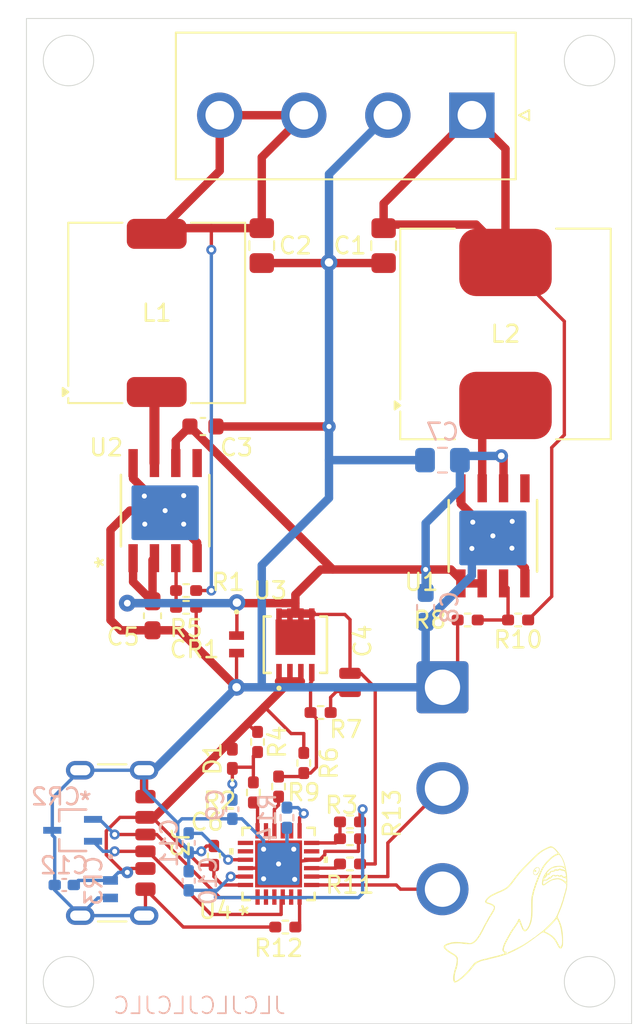
<source format=kicad_pcb>
(kicad_pcb (version 20240108) (generator "pcbnew") (generator_version "8.0")
  (layers (0 "F.Cu" signal) (31 "B.Cu" power) (35 "F.Paste" user) (36 "B.SilkS" user "B.Silkscreen") (37 "F.SilkS" user "F.Silkscreen") (38 "B.Mask" user) (39 "F.Mask" user) (44 "Edge.Cuts" user))
  (net 0 "")
  (net 1 "VSNK")
  (net 2 "/VBUS")
  (net 3 "GND")
  (net 4 "3V3O")
  (net 5 "12VO")
  (net 6 "2V7")
  (net 7 "Net-(U3-VREG_1V2)")
  (net 8 "Net-(J2-CC1)")
  (net 9 "Net-(J2-CC2)")
  (net 10 "/I2C_SCL")
  (net 12 "3V3FB")
  (net 13 "12VFB")
  (net 15 "Net-(U3-RESET)")
  (net 18 "DISCH")
  (net 21 "Net-(U3-VBUS_VS_DISCH)")
  (net 22 "Net-(U3-ADDR0)")
  (net 24 "Net-(U3-VBUS_EN_SNK)")
  (net 27 "Net-(U4-G)")
  (net 28 "/VBUS_EN_SNK")
  (net 29 "/ADDR1")
  (net 30 "/VBUS_VS_DISCH")
  (net 31 "/I2C_SDA")
  (net 32 "/3V3_SWO")
  (net 33 "/12V_SWO")
  (footprint "Capacitor_SMD:C_0603_1608Metric" (layer "F.Cu") (at 144 90)
    (property "Reference" "C3" (at 2 1.25 0) (layer "F.SilkS"))
    (property "Value" "10u")
    (pad "1" smd roundrect (at -0.775 0) (size 0.9 0.95) (layers "F.Cu" "F.Paste" "F.Mask") (net 1 "VSNK"))
    (pad "2" smd roundrect (at 0.775 0) (size 0.9 0.95) (layers "F.Cu" "F.Paste" "F.Mask") (net 3 "GND"))
  )
  (footprint "Connector_Wire:SolderWire-1.5sqmm_1x03_P6mm_D1.7mm_OD3mm" (layer "F.Cu") (at 158.25 105.5 -90)
    (property "Reference" "J2" (hide yes))
    (property "Value" "I2C_OUT")
    (pad "1" thru_hole roundrect (at 0 0 270) (size 3.1 3.1) (drill 2.1) (layers "*.Cu" "*.Mask") (roundrect_rratio 0.080645) (net 3 "GND"))
    (pad "2" thru_hole circle (at 6 0 270) (size 3.1 3.1) (drill 2.1) (layers "*.Cu" "*.Mask") (net 31 "/I2C_SDA"))
    (pad "3" thru_hole circle (at 12 0 270) (size 3.1 3.1) (drill 2.1) (layers "*.Cu" "*.Mask") (net 10 "/I2C_SCL"))
  )
  (footprint "Capacitor_SMD:C_0805_2012Metric_Pad1.18x1.45mm_HandSolder" (layer "F.Cu") (at 154.75 79.25 -90)
    (property "Reference" "C1" (at 0 2 180) (layer "F.SilkS"))
    (property "Value" "10u")
    (pad "1" smd roundrect (at -1.0375 0 270) (size 1.175 1.45) (layers "F.Cu" "F.Paste" "F.Mask") (roundrect_rratio 0.212766) (net 5 "12VO"))
    (pad "2" smd roundrect (at 1.0375 0 270) (size 1.175 1.45) (layers "F.Cu" "F.Paste" "F.Mask") (roundrect_rratio 0.212766) (net 3 "GND"))
  )
  (footprint "ST1S41PHR:HSOP8_STM-M" (layer "F.Cu") (at 161.25 96.5 90)
    (property "Reference" "U1" (at -2.75 -4.25 0) (layer "F.SilkS"))
    (property "Value" "ST1S41PHR")
    (pad "1" smd rect (at -2.82575 -1.905 90) (size 1.6637 0.5588) (layers "F.Cu" "F.Paste" "F.Mask") (net 1 "VSNK"))
    (pad "2" smd rect (at -2.82575 -0.635 90) (size 1.6637 0.5588) (layers "F.Cu" "F.Paste" "F.Mask") (net 1 "VSNK"))
    (pad "3" smd rect (at -2.82575 0.635 90) (size 1.6637 0.5588) (layers "F.Cu" "F.Paste" "F.Mask") (net 13 "12VFB"))
    (pad "4" smd rect (at -2.82575 1.905 90) (size 1.6637 0.5588) (layers "F.Cu" "F.Paste" "F.Mask") (net 3 "GND"))
    (pad "5" smd rect (at 2.82575 1.905 90) (size 1.6637 0.5588) (layers "F.Cu" "F.Paste" "F.Mask"))
    (pad "6" smd rect (at 2.82575 0.635 90) (size 1.6637 0.5588) (layers "F.Cu" "F.Paste" "F.Mask") (net 1 "VSNK"))
    (pad "7" smd rect (at 2.82575 -0.635 90) (size 1.6637 0.5588) (layers "F.Cu" "F.Paste" "F.Mask") (net 33 "/12V_SWO"))
    (pad "8" smd rect (at 2.82575 -1.905 90) (size 1.6637 0.5588) (layers "F.Cu" "F.Paste" "F.Mask") (net 3 "GND"))
    (pad "EPAD" smd rect (at 0 0 90) (size 2.5146 3.2004) (layers "F.Cu" "F.Mask") (net 3 "GND"))
  )
  (footprint "Resistor_SMD:R_0402_1005Metric_Pad0.72x0.64mm_HandSolder" (layer "F.Cu") (at 152.75 116)
    (property "Reference" "R11" (at 0 1.25 0) (layer "F.SilkS"))
    (property "Value" "1k")
    (pad "1" smd roundrect (at -0.5975 0) (size 0.715 0.64) (layers "F.Cu" "F.Paste" "F.Mask") (net 18 "DISCH"))
    (pad "2" smd roundrect (at 0.5975 0) (size 0.715 0.64) (layers "F.Cu" "F.Paste" "F.Mask") (net 1 "VSNK"))
  )
  (footprint "Resistor_SMD:R_0402_1005Metric_Pad0.72x0.64mm_HandSolder" (layer "F.Cu") (at 143 99.75 180)
    (property "Reference" "R1" (at -2.5 0.5 0) (layer "F.SilkS"))
    (property "Value" "75k")
    (pad "1" smd roundrect (at -0.5975 0 180) (size 0.715 0.64) (layers "F.Cu" "F.Paste" "F.Mask") (net 4 "3V3O"))
    (pad "2" smd roundrect (at 0.5975 0 180) (size 0.715 0.64) (layers "F.Cu" "F.Paste" "F.Mask") (net 12 "3V3FB"))
  )
  (footprint "Capacitor_SMD:C_0805_2012Metric_Pad1.18x1.45mm_HandSolder" (layer "F.Cu") (at 147.5 79.25 -90)
    (property "Reference" "C2" (at 0 -2 180) (layer "F.SilkS"))
    (property "Value" "10u")
    (pad "1" smd roundrect (at -1.0375 0 270) (size 1.175 1.45) (layers "F.Cu" "F.Paste" "F.Mask") (roundrect_rratio 0.212766) (net 4 "3V3O"))
    (pad "2" smd roundrect (at 1.0375 0 270) (size 1.175 1.45) (layers "F.Cu" "F.Paste" "F.Mask") (roundrect_rratio 0.212766) (net 3 "GND"))
  )
  (footprint "Capacitor_SMD:C_0402_1005Metric_Pad0.74x0.62mm_HandSolder" (layer "F.Cu") (at 144.6525 115.5 90)
    (property "Reference" "C6" (at 2 -0.4025 180) (layer "F.SilkS"))
    (property "Value" "1u")
    (pad "1" smd roundrect (at -0.5675 0 90) (size 0.735 0.62) (layers "F.Cu" "F.Paste" "F.Mask") (net 2 "/VBUS"))
    (pad "2" smd roundrect (at 0.5675 0 90) (size 0.735 0.62) (layers "F.Cu" "F.Paste" "F.Mask") (net 3 "GND"))
  )
  (footprint "Capacitor_SMD:C_0504_1310Metric" (layer "F.Cu") (at 152.75 105.21 90)
    (property "Reference" "C4" (at 2.46 0.75 90) (layer "F.SilkS"))
    (property "Value" "100n")
    (pad "1" smd roundrect (at -0.54 0 90) (size 0.66 1.28) (layers "F.Cu" "F.Paste" "F.Mask") (net 28 "/VBUS_EN_SNK"))
    (pad "2" smd roundrect (at 0.54 0 90) (size 0.66 1.28) (layers "F.Cu" "F.Paste" "F.Mask") (net 1 "VSNK"))
  )
  (footprint "Resistor_SMD:R_0402_1005Metric_Pad0.72x0.64mm_HandSolder" (layer "F.Cu") (at 147 111.75 -90)
    (property "Reference" "R2" (at 0.5 2 180) (layer "F.SilkS"))
    (property "Value" "1k")
    (pad "1" smd roundrect (at -0.5975 0 270) (size 0.715 0.64) (layers "F.Cu" "F.Paste" "F.Mask") (net 30 "/VBUS_VS_DISCH"))
    (pad "2" smd roundrect (at 0.5975 0 270) (size 0.715 0.64) (layers "F.Cu" "F.Paste" "F.Mask") (net 21 "Net-(U3-VBUS_VS_DISCH)"))
  )
  (footprint "Resistor_SMD:R_0402_1005Metric_Pad0.72x0.64mm_HandSolder" (layer "F.Cu") (at 152.75 113.5)
    (property "Reference" "R3" (at -0.5 -1 0) (layer "F.SilkS"))
    (property "Value" "0")
    (pad "1" smd roundrect (at -0.5975 0) (size 0.715 0.64) (layers "F.Cu" "F.Paste" "F.Mask") (net 22 "Net-(U3-ADDR0)"))
    (pad "2" smd roundrect (at 0.5975 0) (size 0.715 0.64) (layers "F.Cu" "F.Paste" "F.Mask") (net 6 "2V7"))
  )
  (footprint "Resistor_SMD:R_0402_1005Metric_Pad0.72x0.64mm_HandSolder" (layer "F.Cu") (at 147.25 108.75 -90)
    (property "Reference" "R4" (at 0 -1.17 90) (layer "F.SilkS"))
    (property "Value" "470")
    (pad "1" smd roundrect (at -0.5975 0 270) (size 0.715 0.64) (layers "F.Cu" "F.Paste" "F.Mask") (net 2 "/VBUS"))
    (pad "2" smd roundrect (at 0.5975 0 270) (size 0.715 0.64) (layers "F.Cu" "F.Paste" "F.Mask") (net 30 "/VBUS_VS_DISCH"))
  )
  (footprint "Resistor_SMD:R_0402_1005Metric_Pad0.72x0.64mm_HandSolder" (layer "F.Cu") (at 143 100.75)
    (property "Reference" "R5" (at 0 1.25 180) (layer "F.SilkS"))
    (property "Value" "24k")
    (pad "1" smd roundrect (at -0.5975 0) (size 0.715 0.64) (layers "F.Cu" "F.Paste" "F.Mask") (net 12 "3V3FB"))
    (pad "2" smd roundrect (at 0.5975 0) (size 0.715 0.64) (layers "F.Cu" "F.Paste" "F.Mask") (net 3 "GND"))
  )
  (footprint "Connector_JST:JST_NV_B04P-NV_1x04_P5.00mm_Vertical" (layer "F.Cu") (at 160 71.5 180)
    (property "Reference" "J1" (hide yes))
    (property "Value" "PWR_OUT")
    (pad "1" thru_hole rect (at 0 0 180) (size 2.7 2.7) (drill 1.7) (layers "*.Cu" "*.Mask") (net 5 "12VO"))
    (pad "2" thru_hole circle (at 5 0 180) (size 2.7 2.7) (drill 1.7) (layers "*.Cu" "*.Mask") (net 3 "GND"))
    (pad "3" thru_hole circle (at 10 0 180) (size 2.7 2.7) (drill 1.7) (layers "*.Cu" "*.Mask") (net 4 "3V3O"))
    (pad "4" thru_hole circle (at 15 0 180) (size 2.7 2.7) (drill 1.7) (layers "*.Cu" "*.Mask") (net 4 "3V3O"))
  )
  (footprint "Inductor_SMD:L_Coilcraft_MSS1048-XXX" (layer "F.Cu") (at 141.25 83.25 90)
    (property "Reference" "L1" (at 0 0 180) (layer "F.SilkS"))
    (property "Value" "2.5u")
    (pad "1" smd roundrect (at -4.7 0 90) (size 1.78 3.56) (layers "F.Cu" "F.Paste" "F.Mask") (net 32 "/3V3_SWO"))
    (pad "2" smd roundrect (at 4.7 0 90) (size 1.78 3.56) (layers "F.Cu" "F.Paste" "F.Mask") (net 4 "3V3O"))
  )
  (footprint "Resistor_SMD:R_0402_1005Metric_Pad0.72x0.64mm_HandSolder" (layer "F.Cu") (at 148.9025 119.75)
    (property "Reference" "R12" (at -0.4025 1.25 0) (layer "F.SilkS"))
    (property "Value" "10k")
    (pad "1" smd roundrect (at -0.5975 0) (size 0.715 0.64) (layers "F.Cu" "F.Paste" "F.Mask") (net 3 "GND"))
    (pad "2" smd roundrect (at 0.5975 0) (size 0.715 0.64) (layers "F.Cu" "F.Paste" "F.Mask") (net 15 "Net-(U3-RESET)"))
  )
  (footprint "ST1S41PHR:HSOP8_STM-M" (layer "F.Cu") (at 141.75 95 90)
    (property "Reference" "U2" (at 3.75 -3.5 0) (layer "F.SilkS"))
    (property "Value" "ST1S41PHR")
    (fp_text user "*" (at -3.07975 -3.6068 90) (layer "F.SilkS"))
    (pad "1" smd rect (at -2.82575 -1.905 90) (size 1.6637 0.5588) (layers "F.Cu" "F.Paste" "F.Mask") (net 1 "VSNK"))
    (pad "2" smd rect (at -2.82575 -0.635 90) (size 1.6637 0.5588) (layers "F.Cu" "F.Paste" "F.Mask") (net 1 "VSNK"))
    (pad "3" smd rect (at -2.82575 0.635 90) (size 1.6637 0.5588) (layers "F.Cu" "F.Paste" "F.Mask") (net 12 "3V3FB"))
    (pad "4" smd rect (at -2.82575 1.905 90) (size 1.6637 0.5588) (layers "F.Cu" "F.Paste" "F.Mask") (net 3 "GND"))
    (pad "5" smd rect (at 2.82575 1.905 90) (size 1.6637 0.5588) (layers "F.Cu" "F.Paste" "F.Mask"))
    (pad "6" smd rect (at 2.82575 0.635 90) (size 1.6637 0.5588) (layers "F.Cu" "F.Paste" "F.Mask") (net 1 "VSNK"))
    (pad "7" smd rect (at 2.82575 -0.635 90) (size 1.6637 0.5588) (layers "F.Cu" "F.Paste" "F.Mask") (net 32 "/3V3_SWO"))
    (pad "8" smd rect (at 2.82575 -1.905 90) (size 1.6637 0.5588) (layers "F.Cu" "F.Paste" "F.Mask") (net 3 "GND"))
    (pad "EPAD" smd rect (at 0 0 90) (size 2.5146 3.2004) (layers "F.Cu" "F.Mask") (net 3 "GND"))
  )
  (footprint "Resistor_SMD:R_0402_1005Metric_Pad0.72x0.64mm_HandSolder" (layer "F.Cu") (at 150 110 -90)
    (property "Reference" "R6" (at 0 -1.5 90) (layer "F.SilkS"))
    (property "Value" "100k")
    (pad "1" smd roundrect (at -0.5975 0 270) (size 0.715 0.64) (layers "F.Cu" "F.Paste" "F.Mask") (net 2 "/VBUS"))
    (pad "2" smd roundrect (at 0.5975 0 270) (size 0.715 0.64) (layers "F.Cu" "F.Paste" "F.Mask") (net 27 "Net-(U4-G)"))
  )
  (footprint "LOGO" (layer "F.Cu") (at 162 119)
    (property "Reference" "G***" (hide yes))
    (property "Value" "LOGO" (hide yes))
  )
  (footprint "STL6P3LLH6:POWERFLAT_3P3X3P3_STM-M" (layer "F.Cu") (at 149.5 102.9685 90)
    (property "Reference" "U3" (at 3.2185 -1.5 0) (layer "F.SilkS"))
    (property "Value" "STL6P3LLH6")
    (fp_poly (pts (xy 1.4986 -1.1811) (xy -0.6096 -1.1811) (xy -0.6096 1.1811) (xy 1.4986 1.1811)) (fill solid) (layer "F.Cu"))
    (pad "1" smd rect (at -1.651 -0.974999 90) (size 1.016 0.3302) (layers "F.Cu" "F.Paste" "F.Mask") (net 2 "/VBUS"))
    (pad "2" smd rect (at -1.651 -0.325001 90) (size 1.016 0.3302) (layers "F.Cu" "F.Paste" "F.Mask") (net 2 "/VBUS"))
    (pad "3" smd rect (at -1.651 0.325001 90) (size 1.016 0.3302) (layers "F.Cu" "F.Paste" "F.Mask") (net 2 "/VBUS"))
    (pad "4" smd rect (at -1.651 0.974999 90) (size 1.016 0.3302) (layers "F.Cu" "F.Paste" "F.Mask") (net 27 "Net-(U4-G)"))
    (pad "5" smd rect (at 1.651 0.974999 90) (size 1.016 0.3302) (layers "F.Cu" "F.Paste" "F.Mask") (net 1 "VSNK"))
    (pad "6" smd rect (at 1.651 0.325001 90) (size 1.016 0.3302) (layers "F.Cu" "F.Paste" "F.Mask") (net 1 "VSNK"))
    (pad "7" smd rect (at 1.651 -0.325001 90) (size 1.016 0.3302) (layers "F.Cu" "F.Paste" "F.Mask") (net 1 "VSNK"))
    (pad "8" smd rect (at 1.651 -0.974999 90) (size 1.016 0.3302) (layers "F.Cu" "F.Paste" "F.Mask") (net 1 "VSNK"))
  )
  (footprint "Connector_USB:USB_C_Receptacle_GCT_USB4125-xx-x-0190_6P_TopMnt_Horizontal" (layer "F.Cu") (at 137.5 114.75 -90)
    (property "Reference" "J3" (at 0 -5.1 -90) (layer "F.SilkS"))
    (property "Value" "USB-C-6P-PWR")
    (pad "A5" smd roundrect (at -0.5 -3.08 270) (size 0.7 1.2) (layers "F.Cu" "F.Paste" "F.Mask") (net 8 "Net-(J2-CC1)"))
    (pad "A9" smd roundrect (at 1.52 -3.08 90) (size 0.76 1.2) (layers "F.Cu" "F.Paste" "F.Mask") (net 2 "/VBUS"))
    (pad "A12" smd roundrect (at 2.75 -3.08 90) (size 0.8 1.2) (layers "F.Cu" "F.Paste" "F.Mask") (net 3 "GND"))
    (pad "B5" smd roundrect (at 0.5 -3.08 90) (size 0.7 1.2) (layers "F.Cu" "F.Paste" "F.Mask") (net 9 "Net-(J2-CC2)"))
    (pad "B9" smd roundrect (at -1.52 -3.08 270) (size 0.76 1.2) (layers "F.Cu" "F.Paste" "F.Mask") (net 2 "/VBUS"))
    (pad "B12" smd roundrect (at -2.75 -3.08 270) (size 0.8 1.2) (layers "F.Cu" "F.Paste" "F.Mask") (net 3 "GND"))
    (pad "S1" thru_hole oval (at -4.32 -3 270) (size 1.1 1.7) (drill oval 0.6 1.2) (layers "*.Cu" "*.Mask" "F.Paste") (net 3 "GND"))
    (pad "S1" thru_hole oval (at -4.32 0.8 270) (size 1.1 1.7) (drill oval 0.6 1.2) (layers "*.Cu" "*.Mask" "F.Paste") (net 3 "GND"))
    (pad "S1" thru_hole oval (at 4.32 -3 270) (size 1.1 1.7) (drill oval 0.6 1.2) (layers "*.Cu" "*.Mask" "F.Paste") (net 3 "GND"))
    (pad "S1" thru_hole oval (at 4.32 0.8 270) (size 1.1 1.7) (drill oval 0.6 1.2) (layers "*.Cu" "*.Mask" "F.Paste") (net 3 "GND"))
  )
  (footprint "STUSB4500:QFN24EP_4X4_STM-M" (layer "F.Cu") (at 148.5 116 90)
    (property "Reference" "U4" (at -2.75 -3.75 0) (layer "F.SilkS"))
    (property "Value" "STUSB4500QTR")
    (fp_text user "*" (at -2.75 -1.75 90) (layer "F.SilkS"))
    (pad "1" smd rect (at -1.9685 -1.25 180) (size 0.254 0.9144) (layers "F.Cu" "F.Paste" "F.Mask") (net 8 "Net-(J2-CC1)"))
    (pad "2" smd rect (at -1.9685 -0.750001 180) (size 0.254 0.9144) (layers "F.Cu" "F.Paste" "F.Mask") (net 8 "Net-(J2-CC1)"))
    (pad "3" smd rect (at -1.9685 -0.25 180) (size 0.254 0.9144) (layers "F.Cu" "F.Paste" "F.Mask"))
    (pad "4" smd rect (at -1.9685 0.25 180) (size 0.254 0.9144) (layers "F.Cu" "F.Paste" "F.Mask") (net 9 "Net-(J2-CC2)"))
    (pad "5" smd rect (at -1.9685 0.750001 180) (size 0.254 0.9144) (layers "F.Cu" "F.Paste" "F.Mask") (net 9 "Net-(J2-CC2)"))
    (pad "6" smd rect (at -1.9685 1.25 180) (size 0.254 0.9144) (layers "F.Cu" "F.Paste" "F.Mask") (net 15 "Net-(U3-RESET)"))
    (pad "7" smd rect (at -1.25 1.9685 90) (size 0.254 0.9144) (layers "F.Cu" "F.Paste" "F.Mask") (net 10 "/I2C_SCL"))
    (pad "8" smd rect (at -0.750001 1.9685 90) (size 0.254 0.9144) (layers "F.Cu" "F.Paste" "F.Mask") (net 31 "/I2C_SDA"))
    (pad "9" smd rect (at -0.25 1.9685 90) (size 0.254 0.9144) (layers "F.Cu" "F.Paste" "F.Mask") (net 18 "DISCH"))
    (pad "10" smd rect (at 0.25 1.9685 90) (size 0.254 0.9144) (layers "F.Cu" "F.Paste" "F.Mask") (net 3 "GND"))
    (pad "11" smd rect (at 0.750001 1.9685 90) (size 0.254 0.9144) (layers "F.Cu" "F.Paste" "F.Mask"))
    (pad "12" smd rect (at 1.25 1.9685 90) (size 0.254 0.9144) (layers "F.Cu" "F.Paste" "F.Mask") (net 22 "Net-(U3-ADDR0)"))
    (pad "13" smd rect (at 1.9685 1.25 180) (size 0.254 0.9144) (layers "F.Cu" "F.Paste" "F.Mask") (net 29 "/ADDR1"))
    (pad "14" smd rect (at 1.9685 0.750001 180) (size 0.254 0.9144) (layers "F.Cu" "F.Paste" "F.Mask"))
    (pad "15" smd rect (at 1.9685 0.25 180) (size 0.254 0.9144) (layers "F.Cu" "F.Paste" "F.Mask"))
    (pad "16" smd rect (at 1.9685 -0.25 180) (size 0.254 0.9144) (layers "F.Cu" "F.Paste" "F.Mask") (net 24 "Net-(U3-VBUS_EN_SNK)"))
    (pad "17" smd rect (at 1.9685 -0.750001 180) (size 0.254 0.9144) (layers "F.Cu" "F.Paste" "F.Mask"))
    (pad "18" smd rect (at 1.9685 -1.25 180) (size 0.254 0.9144) (layers "F.Cu" "F.Paste" "F.Mask") (net 21 "Net-(U3-VBUS_VS_DISCH)"))
    (pad "19" smd rect (at 1.25 -1.9685 90) (size 0.254 0.9144) (layers "F.Cu" "F.Paste" "F.Mask"))
    (pad "20" smd rect (at 0.750001 -1.9685 90) (size 0.254 0.9144) (layers "F.Cu" "F.Paste" "F.Mask"))
    (pad "21" smd rect (at 0.25 -1.9685 90) (size 0.254 0.9144) (layers "F.Cu" "F.Paste" "F.Mask") (net 7 "Net-(U3-VREG_1V2)"))
    (pad "22" smd rect (at -0.25 -1.9685 90) (size 0.254 0.9144) (layers "F.Cu" "F.Paste" "F.Mask") (net 3 "GND"))
    (pad "23" smd rect (at -0.750001 -1.9685 90) (size 0.254 0.9144) (layers "F.Cu" "F.Paste" "F.Mask") (net 6 "2V7"))
    (pad "24" smd rect (at -1.25 -1.9685 90) (size 0.254 0.9144) (layers "F.Cu" "F.Paste" "F.Mask") (net 2 "/VBUS"))
    (pad "25" smd rect (at 0 0 90) (size 2.794 2.794) (layers "F.Cu" "F.Paste" "F.Mask") (net 3 "GND"))
  )
  (footprint "Resistor_SMD:R_0402_1005Metric_Pad0.72x0.64mm_HandSolder" (layer "F.Cu") (at 151 107)
    (property "Reference" "R7" (at 1.5 1 0) (layer "F.SilkS"))
    (property "Value" "100")
    (pad "1" smd roundrect (at -0.5975 0) (size 0.715 0.64) (layers "F.Cu" "F.Paste" "F.Mask") (net 27 "Net-(U4-G)"))
    (pad "2" smd roundrect (at 0.5975 0) (size 0.715 0.64) (layers "F.Cu" "F.Paste" "F.Mask") (net 28 "/VBUS_EN_SNK"))
  )
  (footprint "Resistor_SMD:R_0402_1005Metric_Pad0.72x0.64mm_HandSolder" (layer "F.Cu") (at 152.75 114.5)
    (property "Reference" "R13" (at 2.5 -1.5 90) (layer "F.SilkS"))
    (property "Value" "100k" (hide yes))
    (pad "1" smd roundrect (at -0.5975 0) (size 0.715 0.64) (layers "F.Cu" "F.Paste" "F.Mask") (net 22 "Net-(U3-ADDR0)"))
    (pad "2" smd roundrect (at 0.5975 0) (size 0.715 0.64) (layers "F.Cu" "F.Paste" "F.Mask") (net 3 "GND"))
  )
  (footprint "Resistor_SMD:R_0402_1005Metric_Pad0.72x0.64mm_HandSolder" (layer "F.Cu") (at 159.75 101.5 180)
    (property "Reference" "R8" (at 2.25 0 0) (layer "F.SilkS"))
    (property "Value" "13k")
    (pad "1" smd roundrect (at -0.5975 0 180) (size 0.715 0.64) (layers "F.Cu" "F.Paste" "F.Mask") (net 13 "12VFB"))
    (pad "2" smd roundrect (at 0.5975 0 180) (size 0.715 0.64) (layers "F.Cu" "F.Paste" "F.Mask") (net 3 "GND"))
  )
  (footprint "ESDA25P35:QFN1610_STM-M" (layer "F.Cu") (at 146 102.9478 -90)
    (property "Reference" "CR1" (at 0.3022 2.5 0) (layer "F.SilkS"))
    (property "Value" "ESDA25P35-1U1M")
    (pad "1" smd rect (at -0.5207 0 270) (size 0.508 0.889) (layers "F.Cu" "F.Paste" "F.Mask") (net 1 "VSNK"))
    (pad "2" smd rect (at 0.5207 0 270) (size 0.508 0.889) (layers "F.Cu" "F.Paste" "F.Mask") (net 3 "GND"))
  )
  (footprint "Resistor_SMD:R_0402_1005Metric_Pad0.72x0.64mm_HandSolder" (layer "F.Cu") (at 148.5 111.4025 90)
    (property "Reference" "R9" (at -0.3475 1.5 180) (layer "F.SilkS"))
    (property "Value" "22K")
    (pad "1" smd roundrect (at -0.5975 0 90) (size 0.715 0.64) (layers "F.Cu" "F.Paste" "F.Mask") (net 24 "Net-(U3-VBUS_EN_SNK)"))
    (pad "2" smd roundrect (at 0.5975 0 90) (size 0.715 0.64) (layers "F.Cu" "F.Paste" "F.Mask") (net 27 "Net-(U4-G)"))
  )
  (footprint "Resistor_SMD:R_0402_1005Metric_Pad0.72x0.64mm_HandSolder" (layer "F.Cu") (at 162.75 101.5 180)
    (property "Reference" "R10" (at 0 -1.17 0) (layer "F.SilkS"))
    (property "Value" "180k")
    (pad "1" smd roundrect (at -0.5975 0 180) (size 0.715 0.64) (layers "F.Cu" "F.Paste" "F.Mask") (net 5 "12VO"))
    (pad "2" smd roundrect (at 0.5975 0 180) (size 0.715 0.64) (layers "F.Cu" "F.Paste" "F.Mask") (net 13 "12VFB"))
  )
  (footprint "Diode_SMD:D_0402_1005Metric_Pad0.77x0.64mm_HandSolder" (layer "F.Cu") (at 145.75 109.75 90)
    (property "Reference" "D1" (at 0 -1.17 90) (layer "F.SilkS"))
    (property "Value" "~")
    (pad "1" smd roundrect (at -0.5725 0 90) (size 0.765 0.64) (layers "F.Cu" "F.Paste" "F.Mask") (net 30 "/VBUS_VS_DISCH"))
    (pad "2" smd roundrect (at 0.5725 0 90) (size 0.765 0.64) (layers "F.Cu" "F.Paste" "F.Mask") (net 2 "/VBUS"))
  )
  (footprint "Capacitor_SMD:C_0603_1608Metric_Pad1.08x0.95mm_HandSolder" (layer "F.Cu") (at 141 101.25 90)
    (property "Reference" "C5" (at -1.25 -1.75 180) (layer "F.SilkS"))
    (property "Value" "10u")
    (pad "1" smd roundrect (at -0.8625 0 90) (size 1.075 0.95) (layers "F.Cu" "F.Paste" "F.Mask") (net 3 "GND"))
    (pad "2" smd roundrect (at 0.8625 0 90) (size 1.075 0.95) (layers "F.Cu" "F.Paste" "F.Mask") (net 1 "VSNK"))
  )
  (footprint "Inductor_SMD:L_Coilcraft_MSS1260-XXX" (layer "F.Cu") (at 162 84.5 90)
    (property "Reference" "L2" (at 0 0 180) (layer "F.SilkS"))
    (property "Value" "10u")
    (pad "1" smd roundrect (at -4.25 0 90) (size 4 5.5) (layers "F.Cu" "F.Paste" "F.Mask") (net 33 "/12V_SWO"))
    (pad "2" smd roundrect (at 4.25 0 90) (size 4 5.5) (layers "F.Cu" "F.Paste" "F.Mask") (net 5 "12VO"))
  )
  (footprint "Capacitor_SMD:C_0402_1005Metric_Pad0.74x0.62mm_HandSolder" (layer "B.Cu") (at 143.1525 117 90)
    (property "Reference" "C10" (at 0 1.16 90) (layer "B.SilkS") (effects (justify mirror)))
    (property "Value" "1u")
    (pad "1" smd roundrect (at -0.5675 0 90) (size 0.735 0.62) (layers "B.Cu" "B.Paste" "B.Mask") (net 6 "2V7"))
    (pad "2" smd roundrect (at 0.5675 0 90) (size 0.735 0.62) (layers "B.Cu" "B.Paste" "B.Mask") (net 3 "GND"))
  )
  (footprint "Capacitor_SMD:C_0805_2012Metric_Pad1.18x1.45mm_HandSolder" (layer "B.Cu") (at 158.25 92 180)
    (property "Reference" "C7" (at 0 1.68 0) (layer "B.SilkS") (effects (justify mirror)))
    (property "Value" "10u")
    (pad "1" smd roundrect (at -1.0375 0 180) (size 1.175 1.45) (layers "B.Cu" "B.Paste" "B.Mask") (roundrect_rratio 0.212766) (net 1 "VSNK"))
    (pad "2" smd roundrect (at 1.0375 0 180) (size 1.175 1.45) (layers "B.Cu" "B.Paste" "B.Mask") (roundrect_rratio 0.212766) (net 3 "GND"))
  )
  (footprint "Capacitor_SMD:C_0603_1608Metric_Pad1.08x0.95mm_HandSolder" (layer "B.Cu") (at 157.25 100.75 90)
    (property "Reference" "C8" (at 0 1.43 90) (layer "B.SilkS") (effects (justify mirror)))
    (property "Value" "10u")
    (pad "1" smd roundrect (at -0.8625 0 90) (size 1.075 0.95) (layers "B.Cu" "B.Paste" "B.Mask") (net 3 "GND"))
    (pad "2" smd roundrect (at 0.8625 0 90) (size 1.075 0.95) (layers "B.Cu" "B.Paste" "B.Mask") (net 1 "VSNK"))
  )
  (footprint "Capacitor_SMD:C_0402_1005Metric_Pad0.74x0.62mm_HandSolder" (layer "B.Cu") (at 143.1525 114.75 -90)
    (property "Reference" "C11" (at 0 1.16 90) (layer "B.SilkS") (effects (justify mirror)))
    (property "Value" "1u")
    (pad "1" smd roundrect (at -0.5675 0 270) (size 0.735 0.62) (layers "B.Cu" "B.Paste" "B.Mask") (net 7 "Net-(U3-VREG_1V2)"))
    (pad "2" smd roundrect (at 0.5675 0 270) (size 0.735 0.62) (layers "B.Cu" "B.Paste" "B.Mask") (net 3 "GND"))
  )
  (footprint "Capacitor_SMD:C_0402_1005Metric_Pad0.74x0.62mm_HandSolder" (layer "B.Cu") (at 145.75 112.75 90)
    (property "Reference" "C9" (at 0.25 -1 90) (layer "B.SilkS") (effects (justify mirror)))
    (property "Value" "1u")
    (pad "1" smd roundrect (at -0.5675 0 90) (size 0.735 0.62) (layers "B.Cu" "B.Paste" "B.Mask") (net 3 "GND"))
    (pad "2" smd roundrect (at 0.5675 0 90) (size 0.735 0.62) (layers "B.Cu" "B.Paste" "B.Mask") (net 30 "/VBUS_VS_DISCH"))
  )
  (footprint "ESDA25P35:QFN1610_STM-M" (layer "B.Cu") (at 138.5 117.5 -90)
    (property "Reference" "CR3" (at -0.5 1 90) (layer "B.SilkS") (effects (justify mirror)))
    (property "Value" "ESDA25P35-1U1M")
    (pad "1" smd rect (at -0.5207 0 270) (size 0.508 0.889) (layers "B.Cu" "B.Paste" "B.Mask") (net 2 "/VBUS"))
    (pad "2" smd rect (at 0.5207 0 270) (size 0.508 0.889) (layers "B.Cu" "B.Paste" "B.Mask") (net 3 "GND"))
  )
  (footprint "Resistor_SMD:R_0402_1005Metric_Pad0.72x0.64mm_HandSolder" (layer "B.Cu") (at 149 113.25 -90)
    (property "Reference" "R14" (at 0 1.17 90) (layer "B.SilkS") (effects (justify mirror)))
    (property "Value" "100k")
    (pad "1" smd roundrect (at -0.5975 0 270) (size 0.715 0.64) (layers "B.Cu" "B.Paste" "B.Mask") (net 29 "/ADDR1"))
    (pad "2" smd roundrect (at 0.5975 0 270) (size 0.715 0.64) (layers "B.Cu" "B.Paste" "B.Mask") (net 3 "GND"))
  )
  (footprint "ESDA25W:SOT323-3L_STM-M" (layer "B.Cu") (at 136.25 114 180)
    (property "Reference" "CR2" (at 1 2 0) (layer "B.SilkS") (effects (justify mirror)))
    (property "Value" "ESDA25W")
    (fp_text user "*" (at -0.75 1.75 0) (layer "B.SilkS") (effects (justify mirror)))
    (pad "1" smd rect (at -1.21285 0.649999 180) (size 1.0795 0.4064) (layers "B.Cu" "B.Paste" "B.Mask") (net 8 "Net-(J2-CC1)"))
    (pad "2" smd rect (at -1.21285 -0.649999 180) (size 1.0795 0.4064) (layers "B.Cu" "B.Paste" "B.Mask") (net 9 "Net-(J2-CC2)"))
    (pad "3" smd rect (at 1.21285 0 180) (size 1.0795 0.4064) (layers "B.Cu" "B.Paste" "B.Mask") (net 3 "GND"))
  )
  (footprint "Capacitor_SMD:C_0402_1005Metric_Pad0.74x0.62mm_HandSolder" (layer "B.Cu") (at 135.75 117.25 180)
    (property "Reference" "C12" (at 0 1.16 0) (layer "B.SilkS") (effects (justify mirror)))
    (property "Value" "4.7u")
    (pad "1" smd roundrect (at -0.5675 0 180) (size 0.735 0.62) (layers "B.Cu" "B.Paste" "B.Mask") (net 2 "/VBUS"))
    (pad "2" smd roundrect (at 0.5675 0 180) (size 0.735 0.62) (layers "B.Cu" "B.Paste" "B.Mask") (net 3 "GND"))
  )
  (gr_rect (start 133.5 65.75) (end 169.5 125.5) (stroke (width 0.05)) (fill none) (layer "Edge.Cuts"))
  (gr_circle (center 167 68.25) (end 168.5 68.25) (stroke (width 0.05)) (fill none) (layer "Edge.Cuts"))
  (gr_circle (center 167 123) (end 168.5 123) (stroke (width 0.05)) (fill none) (layer "Edge.Cuts"))
  (gr_circle (center 136 68.25) (end 137.5 68.25) (stroke (width 0.05)) (fill none) (layer "Edge.Cuts"))
  (gr_circle (center 136 123) (end 137.5 123) (stroke (width 0.05)) (fill none) (layer "Edge.Cuts"))
  (gr_text "JLCJLCJLCJLC" (at 149 125 0) (layer "B.SilkS") (effects (font (size 1 1) (thickness 0.1)) (justify left bottom mirror)))
  (segment (start 139.845 97.82575) (end 139.845 99.2325) (width 0.5) (layer "F.Cu") (net 1))
  (segment (start 151 98.5) (end 157.25 98.5) (width 0.5) (layer "F.Cu") (net 1))
  (segment (start 139.5 100.5) (end 140.8875 100.5) (width 0.5) (layer "F.Cu") (net 1))
  (segment (start 149.5 100.5) (end 146.052188 100.5) (width 0.5) (layer "F.Cu") (net 1))
  (segment (start 159.57575 99.32575) (end 158.75 98.5) (width 0.5) (layer "F.Cu") (net 1))
  (segment (start 142.385 90.84) (end 143.225 90) (width 0.5) (layer "F.Cu") (net 1))
  (segment (start 152.4406 101.1699) (end 152.75 101.4793) (width 0.2) (layer "F.Cu") (net 1))
  (segment (start 143.225 90) (end 151.725 98.5) (width 0.5) (layer "F.Cu") (net 1))
  (segment (start 146.020037 100.467849) (end 146.020037 102.407063) (width 0.2) (layer "F.Cu") (net 1))
  (segment (start 160.615 99.32575) (end 159.57575 99.32575) (width 0.5) (layer "F.Cu") (net 1))
  (segment (start 139.845 99.2325) (end 141 100.3875) (width 0.5) (layer "F.Cu") (net 1))
  (segment (start 149.5 101.1199) (end 149.5 100.5) (width 0.5) (layer "F.Cu") (net 1))
  (segment (start 146.052188 100.5) (end 146.020037 100.467849) (width 0.5) (layer "F.Cu") (net 1))
  (segment (start 149.5 101.1199) (end 150.474999 101.1199) (width 0.5) (layer "F.Cu") (net 1))
  (segment (start 161.885 91.885) (end 161.75 91.75) (width 0.5) (layer "F.Cu") (net 1))
  (segment (start 149.5 100) (end 151 98.5) (width 0.5) (layer "F.Cu") (net 1))
  (segment (start 154.25 105.530001) (end 153.389999 104.67) (width 0.2) (layer "F.Cu") (net 1))
  (segment (start 154.25 116) (end 154.25 105.530001) (width 0.2) (layer "F.Cu") (net 1))
  (segment (start 146.020037 102.407063) (end 146 102.4271) (width 0.2) (layer "F.Cu") (net 1))
  (segment (start 150.474999 101.1699) (end 152.4406 101.1699) (width 0.2) (layer "F.Cu") (net 1))
  (segment (start 141 100.3875) (end 141 97.94075) (width 0.5) (layer "F.Cu") (net 1))
  (segment (start 153.389999 104.67) (end 152.75 104.67) (width 0.2) (layer "F.Cu") (net 1))
  (segment (start 141 97.94075) (end 141.115 97.82575) (width 0.5) (layer "F.Cu") (net 1))
  (segment (start 148.722601 101.1199) (end 149.5 101.1199) (width 0.5) (layer "F.Cu") (net 1))
  (segment (start 153.3475 116) (end 154.25 116) (width 0.2) (layer "F.Cu") (net 1))
  (segment (start 161.885 93.67425) (end 161.885 91.885) (width 0.5) (layer "F.Cu") (net 1))
  (segment (start 152.75 101.4793) (end 152.75 104.67) (width 0.2) (layer "F.Cu") (net 1))
  (segment (start 142.385 92.17425) (end 142.385 90.84) (width 0.5) (layer "F.Cu") (net 1))
  (segment (start 140.8875 100.5) (end 141 100.3875) (width 0.5) (layer "F.Cu") (net 1))
  (segment (start 149.5 100.5) (end 149.5 100) (width 0.5) (layer "F.Cu") (net 1))
  (segment (start 158.75 98.5) (end 157.25 98.5) (width 0.5) (layer "F.Cu") (net 1))
  (via (at 161.75 91.75) (size 0.8) (drill 0.4) (layers "F.Cu" "B.Cu") (net 1))
  (via (at 157.25 98.5) (size 0.6) (drill 0.3) (layers "F.Cu" "B.Cu") (net 1))
  (via (at 139.5 100.5) (size 1) (drill 0.4) (layers "F.Cu" "B.Cu") (net 1))
  (via (at 146.020037 100.467849) (size 1) (drill 0.5) (layers "F.Cu" "B.Cu") (net 1))
  (segment (start 157.25 98.5) (end 157.25 99.8875) (width 0.5) (layer "B.Cu") (net 1))
  (segment (start 139.5 100.5) (end 146 100.5) (width 0.5) (layer "B.Cu") (net 1))
  (segment (start 161.75 91.75) (end 159.5375 91.75) (width 0.5) (layer "B.Cu") (net 1))
  (segment (start 157.25 99.8875) (end 157.25 95.75) (width 0.5) (layer "B.Cu") (net 1))
  (segment (start 159.2875 93.7125) (end 159.2875 92) (width 0.5) (layer "B.Cu") (net 1))
  (segment (start 157.25 95.75) (end 159.2875 93.7125) (width 0.5) (layer "B.Cu") (net 1))
  (segment (start 138.25 114.042893) (end 139.062893 113.23) (width 0.2) (layer "F.Cu") (net 2))
  (segment (start 139.062893 113.23) (end 140.58 113.23) (width 0.2) (layer "F.Cu") (net 2))
  (segment (start 141.095998 113.23) (end 140.58 113.23) (width 0.5) (layer "F.Cu") (net 2))
  (segment (start 143.818528 116.0675) (end 140.981028 113.23) (width 0.2) (layer "F.Cu") (net 2))
  (segment (start 146.5315 117.25) (end 145.1525 117.25) (width 0.2) (layer "F.Cu") (net 2))
  (segment (start 138.25 115.457107) (end 138.25 114.042893) (width 0.2) (layer "F.Cu") (net 2))
  (segment (start 145.1525 117.25) (end 144.6525 116.75) (width 0.2) (layer "F.Cu") (net 2))
  (segment (start 144.6525 116.75) (end 144.6525 116.0675) (width 0.2) (layer "F.Cu") (net 2))
  (segment (start 147.1525 108.1525) (end 146.662999 107.662999) (width 0.2) (layer "F.Cu") (net 2))
  (segment (start 140.58 116.27) (end 139.73 116.27) (width 0.2) (layer "F.Cu") (net 2))
  (segment (start 144.6525 116.0675) (end 143.818528 116.0675) (width 0.2) (layer "F.Cu") (net 2))
  (segment (start 145.412999 108.912999) (end 141.095998 113.23) (width 0.5) (layer "F.Cu") (net 2))
  (segment (start 150 108.25) (end 149.25 108.25) (width 0.2) (layer "F.Cu") (net 2))
  (segment (start 145.6775 109.1775) (end 145.412999 108.912999) (width 0.2) (layer "F.Cu") (net 2))
  (segment (start 139.73 116.27) (end 139.5 116.5) (width 0.2) (layer "F.Cu") (net 2))
  (segment (start 139.292893 116.5) (end 138.25 115.457107) (width 0.2) (layer "F.Cu") (net 2))
  (segment (start 149.174999 105.151) (end 148.525001 105.151) (width 0.5) (layer "F.Cu") (net 2))
  (segment (start 146.662999 107.662999) (end 145.412999 108.912999) (width 0.5) (layer "F.Cu") (net 2))
  (segment (start 147.662999 106.662999) (end 146.662999 107.662999) (width 0.5) (layer "F.Cu") (net 2))
  (segment (start 149.25 108.25) (end 147.662999 106.662999) (width 0.2) (layer "F.Cu") (net 2))
  (segment (start 147.662999 106.662999) (end 149.174999 105.151) (width 0.5) (layer "F.Cu") (net 2))
  (segment (start 150 109.4025) (end 150 108.25) (width 0.2) (layer "F.Cu") (net 2))
  (segment (start 149.174999 105.151) (end 149.825001 105.151) (width 0.5) (layer "F.Cu") (net 2))
  (segment (start 139.5 116.5) (end 139.292893 116.5) (width 0.2) (layer "F.Cu") (net 2))
  (via (at 139.5 116.5) (size 0.7) (drill 0.3) (layers "F.Cu" "B.Cu") (net 2))
  (segment (start 139.5 116.5) (end 138.9793 116.5) (width 0.2) (layer "B.Cu") (net 2))
  (segment (start 136.5882 116.9793) (end 136.3175 117.25) (width 0.2) (layer "B.Cu") (net 2))
  (segment (start 138.9793 116.5) (end 138.5 116.9793) (width 0.2) (layer "B.Cu") (net 2))
  (segment (start 138.5 116.9793) (end 136.5882 116.9793) (width 0.2) (layer "B.Cu") (net 2))
  (segment (start 140.5 110.43) (end 140.5 111.92) (width 0.5) (layer "F.Cu") (net 3))
  (segment (start 143.655 96.905) (end 143.655 97.82575) (width 0.5) (layer "F.Cu") (net 3))
  (segment (start 144.6525 114.9325) (end 144.22 114.9325) (width 0.2) (layer "F.Cu") (net 3))
  (segment (start 140.58 117.5) (end 140.58 118.99) (width 0.2) (layer "F.Cu") (net 3))
  (segment (start 142.6125 102.1125) (end 146 105.5) (width 0.5) (layer "F.Cu") (net 3))
  (segment (start 146.5315 116.25) (end 148.25 116.25) (width 0.2) (layer "F.Cu") (net 3))
  (segment (start 163.155 98.405) (end 163.155 99.32575) (width 0.5) (layer "F.Cu") (net 3))
  (segment (start 148.25 116.25) (end 148.5 116) (width 0.2) (layer "F.Cu") (net 3))
  (segment (start 139.845 93.095) (end 141.75 95) (width 0.5) (layer "F.Cu") (net 3))
  (segment (start 144.22 114.9325) (end 143.9025 115.25) (width 0.2) (layer "F.Cu") (net 3))
  (segment (start 146 103.4685) (end 146 105.5) (width 0.2) (layer "F.Cu") (net 3))
  (segment (start 139.1125 102.1125) (end 142.6125 102.1125) (width 0.5) (layer "F.Cu") (net 3))
  (segment (start 147.5 80.2875) (end 154.75 80.2875) (width 0.5) (layer "F.Cu") (net 3))
  (segment (start 159.345 94.595) (end 161.25 96.5) (width 0.5) (layer "F.Cu") (net 3))
  (segment (start 159.1525 101.5) (end 159.1525 104.5975) (width 0.2) (layer "F.Cu") (net 3))
  (segment (start 139.845 92.17425) (end 139.845 93.095) (width 0.5) (layer "F.Cu") (net 3))
  (segment (start 139.6498 95) (end 138.5 96.1498) (width 0.5) (layer "F.Cu") (net 3))
  (segment (start 142.83 119.75) (end 140.58 117.5) (width 0.2) (layer "F.Cu") (net 3))
  (segment (start 151.25 115.452699) (end 151.25 115.25) (width 0.2) (layer "F.Cu") (net 3))
  (segment (start 151.25 115.25) (end 153.25 115.25) (width 0.2) (layer "F.Cu") (net 3))
  (segment (start 163.155 98.405) (end 161.25 96.5) (width 0.5) (layer "F.Cu") (net 3))
  (segment (start 153.25 115.25) (end 153.25 114.5975) (width 0.2) (layer "F.Cu") (net 3))
  (segment (start 143.5975 103.0975) (end 146 105.5) (width 0.2) (layer "F.Cu") (net 3))
  (segment (start 144.775 90) (end 151.5 90) (width 0.5) (layer "F.Cu") (net 3))
  (segment (start 138.5 101.5) (end 139.1125 102.1125) (width 0.5) (layer "F.Cu") (net 3))
  (segment (start 150.4685 115.75) (end 150.952699 115.75) (width 0.2) (layer "F.Cu") (net 3))
  (segment (start 141.75 95) (end 143.655 96.905) (width 0.5) (layer "F.Cu") (net 3))
  (segment (start 148.305 119.75) (end 142.83 119.75) (width 0.2) (layer "F.Cu") (net 3))
  (segment (start 141.75 95) (end 139.6498 95) (width 0.5) (layer "F.Cu") (net 3))
  (segment (start 159.345 93.67425) (end 159.345 94.595) (width 0.5) (layer "F.Cu") (net 3))
  (segment (start 143.5975 100.75) (end 143.5975 103.0975) (width 0.2) (layer "F.Cu") (net 3))
  (segment (start 150.952699 115.75) (end 151.25 115.452699) (width 0.2) (layer "F.Cu") (net 3))
  (segment (start 138.5 96.1498) (end 138.5 101.5) (width 0.5) (layer "F.Cu") (net 3))
  (segment (start 150.4685 115.75) (end 148.5 116) (width 0.2) (layer "F.Cu") (net 3))
  (via (at 147.608681 115.123186) (size 0.6) (drill 0.3) (layers "F.Cu" "B.Cu") (net 3))
  (via (at 146 105.5) (size 1) (drill 0.5) (layers "F.Cu" "B.Cu") (net 3))
  (via (at 140.540345 95.80383) (size 0.6) (drill 0.3) (layers "F.Cu" "B.Cu") (net 3))
  (via (at 160 97.25) (size 0.6) (drill 0.3) (layers "F.Cu" "B.Cu") (net 3))
  (via (at 161.25 96.5) (size 0.6) (drill 0.3) (layers "F.Cu" "B.Cu") (net 3))
  (via (at 151.5 90) (size 0.8) (drill 0.3) (layers "F.Cu" "B.Cu") (net 3))
  (via (at 151.5 80.25) (size 1) (drill 0.5) (layers "F.Cu" "B.Cu") (net 3))
  (via (at 142.855054 94.108171) (size 0.6) (drill 0.3) (layers "F.Cu" "B.Cu") (net 3))
  (via (at 147.608681 116.881648) (size 0.6) (drill 0.3) (layers "F.Cu" "B.Cu") (net 3))
  (via (at 160.053767 95.686562) (size 0.6) (drill 0.3) (layers "F.Cu" "B.Cu") (net 3))
  (via (at 149.403029 115.123186) (size 0.6) (drill 0.3) (layers "F.Cu" "B.Cu") (net 3))
  (via (at 162.398383 95.638712) (size 0.6) (drill 0.3) (layers "F.Cu" "B.Cu") (net 3))
  (via (at 149.45686 116.917535) (size 0.6) (drill 0.3) (layers "F.Cu" "B.Cu") (net 3))
  (via (at 162.382433 97.233689) (size 0.6) (drill 0.3) (layers "F.Cu" "B.Cu") (net 3))
  (via (at 140.51343 94.135086) (size 0.6) (drill 0.3) (layers "F.Cu" "B.Cu") (net 3))
  (via (at 142.855054 95.80383) (size 0.6) (drill 0.3) (layers "F.Cu" "B.Cu") (net 3))
  (via (at 148.5 116) (size 0.6) (drill 0.3) (layers "F.Cu" "B.Cu") (net 3))
  (via (at 143.9025 115.25) (size 0.6) (drill 0.3) (layers "F.Cu" "B.Cu") (net 3))
  (via (at 141.75 95) (size 0.6) (drill 0.3) (layers "F.Cu" "B.Cu") (net 3))
  (segment (start 142.5 113.5675) (end 140.5 111.5675) (width 0.2) (layer "B.Cu") (net 3))
  (segment (start 138.5 118.0207) (end 137.7493 118.0207) (width 0.2) (layer "B.Cu") (net 3))
  (segment (start 149 113.8475) (end 149 115) (width 0.2) (layer "B.Cu") (net 3))
  (segment (start 157.25 101.6125) (end 157.25 104.5) (width 0.5) (layer "B.Cu") (net 3))
  (segment (start 146.3175 113.3175) (end 145.75 113.3175) (width 0.2) (layer "B.Cu") (net 3))
  (segment (start 135.03715 114) (end 135.03715 112.09285) (width 0.2) (layer "B.Cu") (net 3))
  (segment (start 146.3175 113.3175) (end 147.608681 114.608681) (width 0.2) (layer "B.Cu") (net 3))
  (segment (start 157.25 101.6125) (end 160 98.8625) (width 0.5) (layer "B.Cu") (net 3))
  (segment (start 146 105.5) (end 141.07 110.43) (width 0.5) (layer "B.Cu") (net 3))
  (segment (start 135.1825 117.25) (end 135.1825 117.5525) (width 0.2) (layer "B.Cu") (net 3))
  (segment (start 143.1525 115.3175) (end 143.835 115.3175) (width 0.2) (layer "B.Cu") (net 3))
  (segment (start 147.5 105.5) (end 147.5 98.25) (width 0.5) (layer "B.Cu") (net 3))
  (segment (start 142.5 113.5675) (end 142.75 113.3175) (width 0.2) (layer "B.Cu") (net 3))
  (segment (start 160 98.8625) (end 160 97.25) (width 0.5) (layer "B.Cu") (net 3))
  (segment (start 147.5 98.25) (end 151.5 94.25) (width 0.5) (layer "B.Cu") (net 3))
  (segment (start 146 105.5) (end 158.25 105.5) (width 0.5) (layer "B.Cu") (net 3))
  (segment (start 151.5 92) (end 151.5 90) (width 0.5) (layer "B.Cu") (net 3))
  (segment (start 135.1825 114.4325) (end 135.1825 117.25) (width 0.2) (layer "B.Cu") (net 3))
  (segment (start 135.03715 114.28715) (end 135.1825 114.4325) (width 0.2) (layer "B.Cu") (net 3))
  (segment (start 135.03715 112.09285) (end 136.7 110.43) (width 0.2) (layer "B.Cu") (net 3))
  (segment (start 151.5 94.25) (end 151.5 92) (width 0.5) (layer "B.Cu") (net 3))
  (segment (start 140.5 119.07) (end 136.7 119.07) (width 0.2) (layer "B.Cu") (net 3))
  (segment (start 140.5 111.5675) (end 140.5 110.43) (width 0.2) (layer "B.Cu") (net 3))
  (segment (start 142.5 113.5675) (end 142.5 114.5) (width 0.2) (layer "B.Cu") (net 3))
  (segment (start 151.5 92) (end 157.2125 92) (width 0.5) (layer "B.Cu") (net 3))
  (segment (start 147.608681 114.608681) (end 147.608681 115.123186) (width 0.2) (layer "B.Cu") (net 3))
  (segment (start 142.75 113.3175) (end 145.75 113.3175) (width 0.2) (layer "B.Cu") (net 3))
  (segment (start 151.5 90) (end 151.5 80.25) (width 0.5) (layer "B.Cu") (net 3))
  (segment (start 140.5 110.43) (end 136.7 110.43) (width 0.2) (layer "B.Cu") (net 3))
  (segment (start 151.5 80.25) (end 151.5 75) (width 0.5) (layer "B.Cu") (net 3))
  (segment (start 143.1525 116.4325) (end 143.1525 115.3175) (width 0.2) (layer "B.Cu") (net 3))
  (segment (start 143.1525 115.1525) (end 142.5 114.5) (width 0.2) (layer "B.Cu") (net 3))
  (segment (start 135.1825 117.5525) (end 136.7 119.07) (width 0.2) (layer "B.Cu") (net 3))
  (segment (start 151.5 75) (end 155 71.5) (width 0.5) (layer "B.Cu") (net 3))
  (segment (start 135.03715 114) (end 135.03715 114.28715) (width 0.2) (layer "B.Cu") (net 3))
  (segment (start 137.7493 118.0207) (end 136.7 119.07) (width 0.2) (layer "B.Cu") (net 3))
  (segment (start 143.835 115.3175) (end 143.9025 115.25) (width 0.2) (layer "B.Cu") (net 3))
  (segment (start 147.5 78.2125) (end 147.5 74) (width 0.5) (layer "F.Cu") (net 4))
  (segment (start 143.5975 99.75) (end 144.5 99.75) (width 0.2) (layer "F.Cu") (net 4))
  (segment (start 145 71.5) (end 150 71.5) (width 0.5) (layer "F.Cu") (net 4))
  (segment (start 147.5 74) (end 150 71.5) (width 0.5) (layer "F.Cu") (net 4))
  (segment (start 144.5 78.2125) (end 141.5875 78.2125) (width 0.5) (layer "F.Cu") (net 4))
  (segment (start 144.5 78.2125) (end 144.5 79.5) (width 0.2) (layer "F.Cu") (net 4))
  (segment (start 141.25 78.55) (end 145 74.8) (width 0.5) (layer "F.Cu") (net 4))
  (segment (start 147.5 78.2125) (end 144.5 78.2125) (width 0.5) (layer "F.Cu") (net 4))
  (segment (start 145 74.8) (end 145 71.5) (width 0.5) (layer "F.Cu") (net 4))
  (via (at 144.5 79.5) (size 0.6) (drill 0.3) (layers "F.Cu" "B.Cu") (net 4))
  (via (at 144.5 99.75) (size 0.6) (drill 0.3) (layers "F.Cu" "B.Cu") (net 4))
  (segment (start 144.5 99.75) (end 144.5 79.5) (width 0.2) (layer "B.Cu") (net 4))
  (segment (start 160.25 78) (end 154.9625 78) (width 0.5) (layer "F.Cu") (net 5))
  (segment (start 164.75 100.0975) (end 163.3475 101.5) (width 0.2) (layer "F.Cu") (net 5))
  (segment (start 162 80.25) (end 162 73.5) (width 0.5) (layer "F.Cu") (net 5))
  (segment (start 154.75 78.2125) (end 154.75 76.75) (width 0.5) (layer "F.Cu") (net 5))
  (segment (start 165.5 90.5) (end 164.75 91.25) (width 0.2) (layer "F.Cu") (net 5))
  (segment (start 165.5 83.75) (end 165.5 90.5) (width 0.2) (layer "F.Cu") (net 5))
  (segment (start 164.75 91.25) (end 164.75 100.0975) (width 0.2) (layer "F.Cu") (net 5))
  (segment (start 154.75 76.75) (end 160 71.5) (width 0.5) (layer "F.Cu") (net 5))
  (segment (start 162 80.25) (end 165.5 83.75) (width 0.2) (layer "F.Cu") (net 5))
  (segment (start 162 73.5) (end 160 71.5) (width 0.5) (layer "F.Cu") (net 5))
  (segment (start 162 79.75) (end 160.25 78) (width 0.5) (layer "F.Cu") (net 5))
  (segment (start 153.5 112.75) (end 153.3475 112.9025) (width 0.2) (layer "F.Cu") (net 6))
  (segment (start 145.902501 116.750001) (end 145.9025 116.75) (width 0.2) (layer "F.Cu") (net 6))
  (segment (start 145.9025 116.75) (end 145.6525 116.75) (width 0.2) (layer "F.Cu") (net 6))
  (segment (start 153.3475 112.9025) (end 153.3475 113.5) (width 0.2) (layer "F.Cu") (net 6))
  (segment (start 146.5315 116.750001) (end 145.902501 116.750001) (width 0.2) (layer "F.Cu") (net 6))
  (via (at 145.6525 116.75) (size 0.6) (drill 0.3) (layers "F.Cu" "B.Cu") (net 6))
  (via (at 153.5 112.75) (size 0.6) (drill 0.3) (layers "F.Cu" "B.Cu") (net 6))
  (segment (start 144.75 118) (end 144.75 117.5675) (width 0.2) (layer "B.Cu") (net 6))
  (segment (start 145.6525 116.75) (end 144.835 117.5675) (width 0.2) (layer "B.Cu") (net 6))
  (segment (start 144.835 117.5675) (end 144.75 117.5675) (width 0.2) (layer "B.Cu") (net 6))
  (segment (start 153.25 118) (end 144.75 118) (width 0.2) (layer "B.Cu") (net 6))
  (segment (start 144.75 117.5675) (end 143.1525 117.5675) (width 0.2) (layer "B.Cu") (net 6))
  (segment (start 153.5 112.75) (end 153.5 117.75) (width 0.2) (layer "B.Cu") (net 6))
  (segment (start 153.5 117.75) (end 153.25 118) (width 0.2) (layer "B.Cu") (net 6))
  (segment (start 146.5315 115.75) (end 145.5 115.75) (width 0.2) (layer "F.Cu") (net 7))
  (via (at 145.5 115.75) (size 0.6) (drill 0.3) (layers "F.Cu" "B.Cu") (net 7))
  (segment (start 145.5 115.75) (end 143.9325 114.1825) (width 0.2) (layer "B.Cu") (net 7))
  (segment (start 143.9325 114.1825) (end 143.1525 114.1825) (width 0.2) (layer "B.Cu") (net 7))
  (segment (start 147.718499 118) (end 147.749999 117.9685) (width 0.2) (layer "F.Cu") (net 8))
  (segment (start 145 118) (end 147.718499 118) (width 0.2) (layer "F.Cu") (net 8))
  (segment (start 140.58 114.25) (end 141.25 114.25) (width 0.2) (layer "F.Cu") (net 8))
  (segment (start 140.58 114.25) (end 138.75 114.25) (width 0.2) (layer "F.Cu") (net 8))
  (segment (start 141.25 114.25) (end 145 118) (width 0.2) (layer "F.Cu") (net 8))
  (via (at 138.75 114.25) (size 0.6) (drill 0.3) (layers "F.Cu" "B.Cu") (net 8))
  (segment (start 137.850001 113.350001) (end 138.75 114.25) (width 0.2) (layer "B.Cu") (net 8))
  (segment (start 148.75 117.9685) (end 149.250001 117.9685) (width 0.2) (layer "F.Cu") (net 9))
  (segment (start 148.6525 118.066) (end 148.75 117.9685) (width 0.2) (layer "F.Cu") (net 9))
  (segment (start 140.728236 115.25) (end 144.478236 119) (width 0.2) (layer "F.Cu") (net 9))
  (segment (start 148.6525 119) (end 148.6525 118.066) (width 0.2) (layer "F.Cu") (net 9))
  (segment (start 140.58 115.25) (end 138.75 115.25) (width 0.2) (layer "F.Cu") (net 9))
  (segment (start 144.478236 119) (end 148.6525 119) (width 0.2) (layer "F.Cu") (net 9))
  (via (at 138.75 115.25) (size 0.6) (drill 0.3) (layers "F.Cu" "B.Cu") (net 9))
  (segment (start 137.46285 114.649999) (end 138.062851 115.25) (width 0.2) (layer "B.Cu") (net 9))
  (segment (start 138.062851 115.25) (end 138.75 115.25) (width 0.2) (layer "B.Cu") (net 9))
  (segment (start 150.4685 117.25) (end 155.5 117.25) (width 0.2) (layer "F.Cu") (net 10))
  (segment (start 155.75 117.5) (end 158.25 117.5) (width 0.2) (layer "F.Cu") (net 10))
  (segment (start 155.5 117.25) (end 155.75 117.5) (width 0.2) (layer "F.Cu") (net 10))
  (segment (start 142.4025 99.75) (end 142.4025 97.84325) (width 0.2) (layer "F.Cu") (net 12))
  (segment (start 142.4025 100.75) (end 142.4025 99.75) (width 0.2) (layer "F.Cu") (net 12))
  (segment (start 160.3475 101.5) (end 162.1525 101.5) (width 0.2) (layer "F.Cu") (net 13))
  (segment (start 162.1525 99.59325) (end 161.885 99.32575) (width 0.2) (layer "F.Cu") (net 13))
  (segment (start 162.1525 101.5) (end 162.1525 99.59325) (width 0.2) (layer "F.Cu") (net 13))
  (segment (start 149.5 119.75) (end 149.75 119.5) (width 0.2) (layer "F.Cu") (net 15))
  (segment (start 149.75 119.5) (end 149.75 117.9685) (width 0.2) (layer "F.Cu") (net 15))
  (segment (start 150.4685 116.25) (end 151.9025 116.25) (width 0.2) (layer "F.Cu") (net 18))
  (segment (start 151.9025 116.25) (end 152.1525 116) (width 0.2) (layer "F.Cu") (net 18))
  (segment (start 147.25 114.0315) (end 147.25 112.5975) (width 0.2) (layer "F.Cu") (net 21))
  (segment (start 147.25 112.5975) (end 147 112.3475) (width 0.2) (layer "F.Cu") (net 21))
  (segment (start 152.1525 113.5) (end 152.1525 114.5) (width 0.2) (layer "F.Cu") (net 22))
  (segment (start 150.4685 114.75) (end 151.9025 114.75) (width 0.2) (layer "F.Cu") (net 22))
  (segment (start 151.9025 114.75) (end 152.1525 114.5) (width 0.2) (layer "F.Cu") (net 22))
  (segment (start 148.5 112.5) (end 148.25 112.75) (width 0.2) (layer "F.Cu") (net 24))
  (segment (start 148.5 112) (end 148.5 112.5) (width 0.2) (layer "F.Cu") (net 24))
  (segment (start 148.25 112.75) (end 148.25 114.0315) (width 0.2) (layer "F.Cu") (net 24))
  (segment (start 150.75 110.25) (end 150.75 107.3475) (width 0.2) (layer "F.Cu") (net 27))
  (segment (start 150.4025 105.223499) (end 150.474999 105.151) (width 0.2) (layer "F.Cu") (net 27))
  (segment (start 150 110.5975) (end 150.4025 110.5975) (width 0.2) (layer "F.Cu") (net 27))
  (segment (start 150.4025 110.5975) (end 150.75 110.25) (width 0.2) (layer "F.Cu") (net 27))
  (segment (start 150.4025 107) (end 150.4025 105.223499) (width 0.2) (layer "F.Cu") (net 27))
  (segment (start 150.75 107.3475) (end 150.4025 107) (width 0.2) (layer "F.Cu") (net 27))
  (segment (start 148.5 110.805) (end 149.7925 110.805) (width 0.2) (layer "F.Cu") (net 27))
  (segment (start 151.945 105.75) (end 152.75 105.75) (width 0.2) (layer "F.Cu") (net 28))
  (segment (start 151.5975 107) (end 151.5975 106.0975) (width 0.2) (layer "F.Cu") (net 28))
  (segment (start 151.5975 106.0975) (end 151.945 105.75) (width 0.2) (layer "F.Cu") (net 28))
  (segment (start 149.75 114.0315) (end 149.75 113.25) (width 0.2) (layer "F.Cu") (net 29))
  (segment (start 149.75 113.25) (end 150 113) (width 0.2) (layer "F.Cu") (net 29))
  (via (at 150 113) (size 0.6) (drill 0.3) (layers "F.Cu" "B.Cu") (net 29))
  (segment (start 149 112.6525) (end 149.6525 112.6525) (width 0.2) (layer "B.Cu") (net 29))
  (segment (start 149.6525 112.6525) (end 150 113) (width 0.2) (layer "B.Cu") (net 29))
  (segment (start 147 111.1525) (end 147 110.25) (width 0.2) (layer "F.Cu") (net 30))
  (segment (start 147 110.25) (end 145.8225 110.25) (width 0.2) (layer "F.Cu") (net 30))
  (segment (start 145.75 111.25) (end 145.75 110.3225) (width 0.2) (layer "F.Cu") (net 30))
  (segment (start 147 110.25) (end 147 109.5975) (width 0.2) (layer "F.Cu") (net 30))
  (segment (start 147 109.5975) (end 147.25 109.3475) (width 0.2) (layer "F.Cu") (net 30))
  (via (at 145.75 111.25) (size 0.6) (drill 0.3) (layers "F.Cu" "B.Cu") (net 30))
  (segment (start 145.75 112.1825) (end 145.75 111.25) (width 0.2) (layer "B.Cu") (net 30))
  (segment (start 155 114.75) (end 158.25 111.5) (width 0.2) (layer "F.Cu") (net 31))
  (segment (start 154.5 116.75) (end 155 116.75) (width 0.2) (layer "F.Cu") (net 31))
  (segment (start 154.499999 116.750001) (end 154.5 116.75) (width 0.2) (layer "F.Cu") (net 31))
  (segment (start 155 116.75) (end 155 114.75) (width 0.2) (layer "F.Cu") (net 31))
  (segment (start 150.4685 116.750001) (end 154.499999 116.750001) (width 0.2) (layer "F.Cu") (net 31))
  (segment (start 141.115 92.17425) (end 141.115 88.085) (width 0.6) (layer "F.Cu") (net 32))
  (segment (start 160.615 93.67425) (end 160.615 90.135) (width 0.5) (layer "F.Cu") (net 33))
  (zone (net 3) (net_name "GND") (layer "B.Cu") (connect_pads (clearance 0.5)) (min_thickness 0.25) (fill yes (thermal_gap 0.5) (thermal_bridge_width 0.5))
    (polygon (pts (xy 159.25 95) (xy 163.25 95) (xy 163.25 98.25) (xy 159.25 98.25)))
  )
  (zone (net 3) (net_name "GND") (layer "B.Cu") (connect_pads (clearance 0.5)) (min_thickness 0.25) (fill yes (mode hatch) (thermal_gap 0.5) (thermal_bridge_width 0.5) (hatch_thickness 1) (hatch_gap 1.5) (hatch_orientation 0) (hatch_border_algorithm hatch_thickness) (hatch_min_hole_area 0.3))
    (polygon (pts (xy 139.75 93.5) (xy 143.75 93.5) (xy 143.75 96.75) (xy 139.75 96.75)))
  )
  (zone (net 3) (net_name "GND") (layer "B.Cu") (priority 1) (connect_pads (clearance 0.5)) (min_thickness 0.25) (fill yes (thermal_gap 0.5) (thermal_bridge_width 0.5))
    (polygon (pts (xy 147.25 114.75) (xy 149.75 114.75) (xy 149.75 117.25) (xy 147.25 117.25)))
  )
)
</source>
